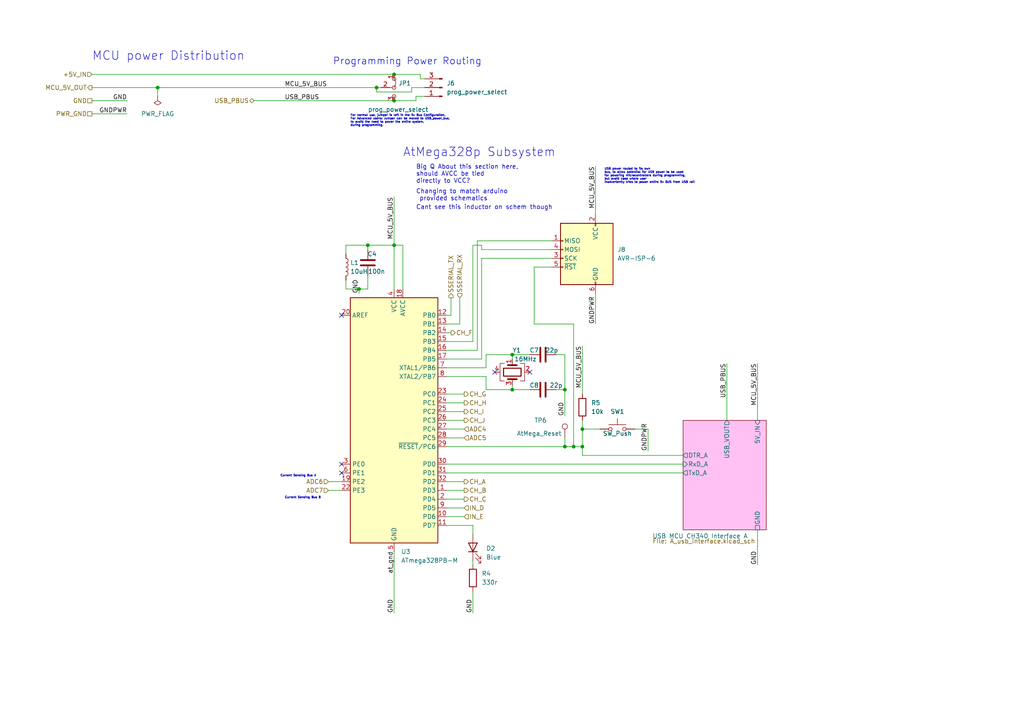
<source format=kicad_sch>
(kicad_sch (version 20211123) (generator eeschema)
  (paper "A4")
  (lib_symbols
    (symbol "000_Capacitor_Film_Immo:cap_film_0805" (pin_numbers hide) (pin_names (offset 0.254))
      (property "Reference" "C" (at 0.635 2.54 0))
      (property "Value" "cap_film_0805" (at 0.635 -2.54 0))
      (symbol "cap_film_0805_0_1"
        (polyline (pts (xy -2.032 -0.762) (xy 2.032 -0.762)) (stroke (width 0.508)))
        (polyline (pts (xy -2.032 0.762) (xy 2.032 0.762)) (stroke (width 0.508)))
      )
      (symbol "cap_film_0805_1_1"
        (pin passive line (at 0 3.81 270) (length 2.794) (name "~") (number "1"))
        (pin passive line (at 0 -3.81 90) (length 2.794) (name "~") (number "2"))
      )
    )
    (symbol "000_Connectors_Immo:Jumper_3_Bridged12" (pin_names (offset 0) hide)
      (property "Reference" "JP" (at -2.54 -2.54 0))
      (property "Value" "Jumper_3_Bridged12" (at 0 2.794 0))
      (symbol "Jumper_3_Bridged12_0_0"
        (circle (center -2.54 0) (radius 0.508))
        (circle (center 0 0) (radius 0.508))
        (circle (center 2.54 0) (radius 0.508))
      )
      (symbol "Jumper_3_Bridged12_0_1"
        (arc (start 0 -0.0807) (mid -1.27 0.4699) (end -2.54 -0.0807))
        (polyline (pts (xy 0 -1.27) (xy 0 -0.508)))
      )
      (symbol "Jumper_3_Bridged12_1_1"
        (pin passive line (at -3.81 0 0) (length 1.27) (name "A") (number "1"))
        (pin input line (at 0 -3.81 90) (length 2.54) (name "C") (number "2"))
        (pin passive line (at 3.81 0 180) (length 1.27) (name "B") (number "3"))
      )
    )
    (symbol "000_Diodes_Immo:LED_0805_smd" (pin_numbers hide) (pin_names (offset 1.016) hide)
      (property "Reference" "D" (at 0 2.54 0))
      (property "Value" "LED_0805_smd" (at 0 -3.81 0))
      (symbol "LED_0805_smd_0_1"
        (polyline (pts (xy -1.27 -1.27) (xy -1.27 1.27)) (stroke (width 0.254)))
        (polyline (pts (xy -1.27 0) (xy 1.27 0)))
        (polyline (pts (xy 1.27 -1.27) (xy 1.27 1.27) (xy -1.27 0) (xy 1.27 -1.27)) (stroke (width 0.254)))
        (polyline (pts (xy -3.048 -0.762) (xy -4.572 -2.286) (xy -3.81 -2.286) (xy -4.572 -2.286) (xy -4.572 -1.524)))
        (polyline (pts (xy -1.778 -0.762) (xy -3.302 -2.286) (xy -2.54 -2.286) (xy -3.302 -2.286) (xy -3.302 -1.524)))
      )
      (symbol "LED_0805_smd_1_1"
        (pin passive line (at -3.81 0 0) (length 2.54) (name "K") (number "1"))
        (pin passive line (at 3.81 0 180) (length 2.54) (name "A") (number "2"))
      )
    )
    (symbol "000_Resistors_Immo:Resistor_0805" (pin_numbers hide) (pin_names (offset 0))
      (property "Reference" "R?" (at 2.54 1.2701 0))
      (property "Value" "Resistor_0805" (at 2.54 -1.2699 0))
      (symbol "Resistor_0805_0_1"
        (rectangle (start -1.016 -2.54) (end 1.016 2.54) (stroke (width 0.254)))
      )
      (symbol "Resistor_0805_1_1"
        (pin passive line (at 0 3.81 270) (length 1.27) (name "~") (number "1"))
        (pin passive line (at 0 -3.81 90) (length 1.27) (name "~") (number "2"))
      )
    )
    (symbol "Connector:AVR-ISP-6" (pin_names (offset 1.016))
      (property "Reference" "J" (at -6.35 11.43 0))
      (property "Value" "AVR-ISP-6" (at 0 11.43 0))
      (symbol "AVR-ISP-6_0_1"
        (rectangle (start -2.667 -6.858) (end -2.413 -7.62))
        (rectangle (start -2.667 10.16) (end -2.413 9.398))
        (rectangle (start 7.62 -2.413) (end 6.858 -2.667))
        (rectangle (start 7.62 0.127) (end 6.858 -0.127))
        (rectangle (start 7.62 2.667) (end 6.858 2.413))
        (rectangle (start 7.62 5.207) (end 6.858 4.953))
        (rectangle (start 7.62 10.16) (end -7.62 -7.62) (stroke (width 0.254)) (fill (type background)))
      )
      (symbol "AVR-ISP-6_1_1"
        (pin passive line (at 10.16 5.08 180) (length 2.54) (name "MISO") (number "1"))
        (pin passive line (at -2.54 12.7 270) (length 2.54) (name "VCC") (number "2"))
        (pin passive line (at 10.16 0 180) (length 2.54) (name "SCK") (number "3"))
        (pin passive line (at 10.16 2.54 180) (length 2.54) (name "MOSI") (number "4"))
        (pin passive line (at 10.16 -2.54 180) (length 2.54) (name "~{RST}") (number "5"))
        (pin passive line (at -2.54 -10.16 90) (length 2.54) (name "GND") (number "6"))
      )
    )
    (symbol "Connector:Conn_01x03_Male" (pin_names (offset 1.016) hide)
      (property "Reference" "J" (at 0 5.08 0))
      (property "Value" "Conn_01x03_Male" (at 0 -5.08 0))
      (symbol "Conn_01x03_Male_1_1"
        (polyline (pts (xy 1.27 -2.54) (xy 0.8636 -2.54)) (stroke (width 0.1524)))
        (polyline (pts (xy 1.27 0) (xy 0.8636 0)) (stroke (width 0.1524)))
        (polyline (pts (xy 1.27 2.54) (xy 0.8636 2.54)) (stroke (width 0.1524)))
        (rectangle (start 0.8636 -2.413) (end 0 -2.667) (stroke (width 0.1524)) (fill (type outline)))
        (rectangle (start 0.8636 0.127) (end 0 -0.127) (stroke (width 0.1524)) (fill (type outline)))
        (rectangle (start 0.8636 2.667) (end 0 2.413) (stroke (width 0.1524)) (fill (type outline)))
        (pin passive line (at 5.08 2.54 180) (length 3.81) (name "Pin_1") (number "1"))
        (pin passive line (at 5.08 0 180) (length 3.81) (name "Pin_2") (number "2"))
        (pin passive line (at 5.08 -2.54 180) (length 3.81) (name "Pin_3") (number "3"))
      )
    )
    (symbol "Connector:TestPoint" (pin_numbers hide) (pin_names (offset 0.762) hide)
      (property "Reference" "TP" (at 0 6.858 0))
      (property "Value" "TestPoint" (at 0 5.08 0))
      (symbol "TestPoint_0_1"
        (circle (center 0 3.302) (radius 0.762))
      )
      (symbol "TestPoint_1_1"
        (pin passive line (at 0 0 90) (length 2.54) (name "1") (number "1"))
      )
    )
    (symbol "Device:Crystal_GND24" (pin_names (offset 1.016) hide)
      (property "Reference" "Y" (at 3.175 5.08 0))
      (property "Value" "Crystal_GND24" (at 3.175 3.175 0))
      (symbol "Crystal_GND24_0_1"
        (rectangle (start -1.143 2.54) (end 1.143 -2.54) (stroke (width 0.3048)))
        (polyline (pts (xy -2.54 0) (xy -2.032 0)))
        (polyline (pts (xy -2.032 -1.27) (xy -2.032 1.27)) (stroke (width 0.508)))
        (polyline (pts (xy 0 -3.81) (xy 0 -3.556)))
        (polyline (pts (xy 0 3.556) (xy 0 3.81)))
        (polyline (pts (xy 2.032 -1.27) (xy 2.032 1.27)) (stroke (width 0.508)))
        (polyline (pts (xy 2.032 0) (xy 2.54 0)))
        (polyline (pts (xy -2.54 -2.286) (xy -2.54 -3.556) (xy 2.54 -3.556) (xy 2.54 -2.286)))
        (polyline (pts (xy -2.54 2.286) (xy -2.54 3.556) (xy 2.54 3.556) (xy 2.54 2.286)))
      )
      (symbol "Crystal_GND24_1_1"
        (pin passive line (at -3.81 0 0) (length 1.27) (name "1") (number "1"))
        (pin passive line (at 0 5.08 270) (length 1.27) (name "2") (number "2"))
        (pin passive line (at 3.81 0 180) (length 1.27) (name "3") (number "3"))
        (pin passive line (at 0 -5.08 90) (length 1.27) (name "4") (number "4"))
      )
    )
    (symbol "Device:L" (pin_numbers hide) (pin_names (offset 1.016) hide)
      (property "Reference" "L" (at -1.27 0 90))
      (property "Value" "L" (at 1.905 0 90))
      (symbol "L_0_1"
        (arc (start 0 -2.54) (mid 0.635 -1.905) (end 0 -1.27))
        (arc (start 0 -1.27) (mid 0.635 -0.635) (end 0 0))
        (arc (start 0 0) (mid 0.635 0.635) (end 0 1.27))
        (arc (start 0 1.27) (mid 0.635 1.905) (end 0 2.54))
      )
      (symbol "L_1_1"
        (pin passive line (at 0 3.81 270) (length 1.27) (name "1") (number "1"))
        (pin passive line (at 0 -3.81 90) (length 1.27) (name "2") (number "2"))
      )
    )
    (symbol "MCU_Microchip_ATmega:ATmega328PB-M"
      (property "Reference" "U" (at -12.7 36.83 0))
      (property "Value" "ATmega328PB-M" (at 2.54 -36.83 0))
      (symbol "ATmega328PB-M_0_1"
        (rectangle (start -12.7 -35.56) (end 12.7 35.56) (stroke (width 0.254)) (fill (type background)))
      )
      (symbol "ATmega328PB-M_1_1"
        (pin bidirectional line (at 15.24 -20.32 180) (length 2.54) (name "PD3") (number "1"))
        (pin bidirectional line (at 15.24 -27.94 180) (length 2.54) (name "PD6") (number "10"))
        (pin bidirectional line (at 15.24 -30.48 180) (length 2.54) (name "PD7") (number "11"))
        (pin bidirectional line (at 15.24 30.48 180) (length 2.54) (name "PB0") (number "12"))
        (pin bidirectional line (at 15.24 27.94 180) (length 2.54) (name "PB1") (number "13"))
        (pin bidirectional line (at 15.24 25.4 180) (length 2.54) (name "PB2") (number "14"))
        (pin bidirectional line (at 15.24 22.86 180) (length 2.54) (name "PB3") (number "15"))
        (pin bidirectional line (at 15.24 20.32 180) (length 2.54) (name "PB4") (number "16"))
        (pin bidirectional line (at 15.24 17.78 180) (length 2.54) (name "PB5") (number "17"))
        (pin power_in line (at 2.54 38.1 270) (length 2.54) (name "AVCC") (number "18"))
        (pin bidirectional line (at -15.24 -17.78 0) (length 2.54) (name "PE2") (number "19"))
        (pin bidirectional line (at 15.24 -22.86 180) (length 2.54) (name "PD4") (number "2"))
        (pin passive line (at -15.24 30.48 0) (length 2.54) (name "AREF") (number "20"))
        (pin passive line (at 0 -38.1 90) (length 2.54) hide (name "GND") (number "21"))
        (pin bidirectional line (at -15.24 -20.32 0) (length 2.54) (name "PE3") (number "22"))
        (pin bidirectional line (at 15.24 7.62 180) (length 2.54) (name "PC0") (number "23"))
        (pin bidirectional line (at 15.24 5.08 180) (length 2.54) (name "PC1") (number "24"))
        (pin bidirectional line (at 15.24 2.54 180) (length 2.54) (name "PC2") (number "25"))
        (pin bidirectional line (at 15.24 0 180) (length 2.54) (name "PC3") (number "26"))
        (pin bidirectional line (at 15.24 -2.54 180) (length 2.54) (name "PC4") (number "27"))
        (pin bidirectional line (at 15.24 -5.08 180) (length 2.54) (name "PC5") (number "28"))
        (pin bidirectional line (at 15.24 -7.62 180) (length 2.54) (name "~{RESET}/PC6") (number "29"))
        (pin bidirectional line (at -15.24 -12.7 0) (length 2.54) (name "PE0") (number "3"))
        (pin bidirectional line (at 15.24 -12.7 180) (length 2.54) (name "PD0") (number "30"))
        (pin bidirectional line (at 15.24 -15.24 180) (length 2.54) (name "PD1") (number "31"))
        (pin bidirectional line (at 15.24 -17.78 180) (length 2.54) (name "PD2") (number "32"))
        (pin passive line (at 0 -38.1 90) (length 2.54) hide (name "GND") (number "33"))
        (pin power_in line (at 0 38.1 270) (length 2.54) (name "VCC") (number "4"))
        (pin power_in line (at 0 -38.1 90) (length 2.54) (name "GND") (number "5"))
        (pin bidirectional line (at -15.24 -15.24 0) (length 2.54) (name "PE1") (number "6"))
        (pin bidirectional line (at 15.24 15.24 180) (length 2.54) (name "XTAL1/PB6") (number "7"))
        (pin bidirectional line (at 15.24 12.7 180) (length 2.54) (name "XTAL2/PB7") (number "8"))
        (pin bidirectional line (at 15.24 -25.4 180) (length 2.54) (name "PD5") (number "9"))
      )
    )
    (symbol "Switch:SW_Push" (pin_numbers hide) (pin_names (offset 1.016) hide)
      (property "Reference" "SW" (at 1.27 2.54 0))
      (property "Value" "SW_Push" (at 0 -1.524 0))
      (symbol "SW_Push_0_1"
        (circle (center -2.032 0) (radius 0.508))
        (polyline (pts (xy 0 1.27) (xy 0 3.048)))
        (polyline (pts (xy 2.54 1.27) (xy -2.54 1.27)))
        (circle (center 2.032 0) (radius 0.508))
        (pin passive line (at -5.08 0 0) (length 2.54) (name "1") (number "1"))
        (pin passive line (at 5.08 0 180) (length 2.54) (name "2") (number "2"))
      )
    )
    (symbol "power:PWR_FLAG" (power) (pin_numbers hide) (pin_names (offset 0) hide)
      (property "Value" "PWR_FLAG" (at 0 3.81 0))
      (symbol "PWR_FLAG_0_0"
        (pin power_out line (at 0 0 90) (length 0) (name "pwr") (number "1"))
      )
      (symbol "PWR_FLAG_0_1"
        (polyline (pts (xy 0 0) (xy 0 1.27) (xy -1.016 1.905) (xy 0 2.54) (xy 1.016 1.905) (xy 0 1.27)))
      )
    )
  )
  (junction (at 163.83 129.54))
  (junction (at 166.37 129.54))
  (junction (at 45.72 25.4))
  (junction (at 148.59 113.03))
  (junction (at 163.83 113.03))
  (junction (at 106.68 71.12))
  (junction (at 168.91 129.54))
  (junction (at 104.14 83.82))
  (junction (at 114.3 21.59))
  (junction (at 148.59 102.87))
  (junction (at 114.3 71.12))
  (junction (at 168.91 124.46))
  (junction (at 109.22 25.4))
  (junction (at 114.3 29.21))
  (no_connect (at 99.06 91.44))
  (no_connect (at 143.51 107.95))
  (no_connect (at 153.67 107.95))
  (no_connect (at 99.06 134.62))
  (no_connect (at 99.06 137.16))
  (wire (pts (xy 129.54 134.62) (xy 198.12 134.62)))
  (wire (pts (xy 163.83 113.03) (xy 161.29 113.03)))
  (wire (pts (xy 129.54 96.52) (xy 130.81 96.52)))
  (wire (pts (xy 140.97 106.68) (xy 140.97 102.87)))
  (wire (pts (xy 45.72 25.4) (xy 109.22 25.4)))
  (wire (pts (xy 172.72 48.26) (xy 172.72 62.23)))
  (wire (pts (xy 114.3 160.02) (xy 114.3 177.8)))
  (wire (pts (xy 137.16 71.12) (xy 139.7 71.12)))
  (wire (pts (xy 139.7 74.93) (xy 160.02 74.93)))
  (wire (pts (xy 168.91 129.54) (xy 166.37 129.54)))
  (wire (pts (xy 104.14 83.82) (xy 104.14 85.09)))
  (wire (pts (xy 106.68 72.39) (xy 106.68 71.12)))
  (wire (pts (xy 140.97 102.87) (xy 148.59 102.87)))
  (wire (pts (xy 184.15 124.46) (xy 187.96 124.46)))
  (wire (pts (xy 129.54 129.54) (xy 163.83 129.54)))
  (wire (pts (xy 73.66 29.21) (xy 114.3 29.21)))
  (wire (pts (xy 114.3 71.12) (xy 114.3 83.82)))
  (wire (pts (xy 163.83 102.87) (xy 163.83 113.03)))
  (wire (pts (xy 172.72 85.09) (xy 172.72 93.98)))
  (wire (pts (xy 129.54 124.46) (xy 134.62 124.46)))
  (wire (pts (xy 137.16 162.56) (xy 137.16 163.83)))
  (wire (pts (xy 161.29 102.87) (xy 163.83 102.87)))
  (wire (pts (xy 129.54 127) (xy 134.62 127)))
  (wire (pts (xy 139.7 104.14) (xy 139.7 74.93)))
  (wire (pts (xy 166.37 93.98) (xy 166.37 129.54)))
  (wire (pts (xy 26.67 21.59) (xy 114.3 21.59)))
  (wire (pts (xy 198.12 132.08) (xy 168.91 132.08)))
  (wire (pts (xy 148.59 111.76) (xy 148.59 113.03)))
  (wire (pts (xy 129.54 119.38) (xy 134.62 119.38)))
  (wire (pts (xy 129.54 147.32) (xy 134.62 147.32)))
  (wire (pts (xy 148.59 113.03) (xy 140.97 113.03)))
  (wire (pts (xy 163.83 113.03) (xy 163.83 120.65)))
  (wire (pts (xy 139.7 71.12) (xy 139.7 72.39)))
  (wire (pts (xy 168.91 124.46) (xy 168.91 129.54)))
  (wire (pts (xy 114.3 21.59) (xy 121.92 21.59)))
  (wire (pts (xy 109.22 25.4) (xy 110.49 25.4)))
  (wire (pts (xy 129.54 101.6) (xy 138.43 101.6)))
  (wire (pts (xy 129.54 114.3) (xy 134.62 114.3)))
  (wire (pts (xy 168.91 124.46) (xy 173.99 124.46)))
  (wire (pts (xy 120.65 29.21) (xy 120.65 27.94)))
  (wire (pts (xy 129.54 116.84) (xy 134.62 116.84)))
  (wire (pts (xy 114.3 71.12) (xy 116.84 71.12)))
  (wire (pts (xy 119.38 26.67) (xy 119.38 25.4)))
  (wire (pts (xy 100.33 81.28) (xy 100.33 83.82)))
  (wire (pts (xy 116.84 83.82) (xy 116.84 71.12)))
  (wire (pts (xy 148.59 102.87) (xy 148.59 104.14)))
  (wire (pts (xy 138.43 69.85) (xy 160.02 69.85)))
  (wire (pts (xy 137.16 71.12) (xy 137.16 99.06)))
  (wire (pts (xy 129.54 139.7) (xy 134.62 139.7)))
  (wire (pts (xy 120.65 27.94) (xy 123.19 27.94)))
  (wire (pts (xy 95.25 139.7) (xy 99.06 139.7)))
  (wire (pts (xy 129.54 104.14) (xy 139.7 104.14)))
  (wire (pts (xy 168.91 129.54) (xy 168.91 132.08)))
  (wire (pts (xy 137.16 154.94) (xy 137.16 152.4)))
  (wire (pts (xy 154.94 77.47) (xy 154.94 93.98)))
  (wire (pts (xy 100.33 71.12) (xy 100.33 73.66)))
  (wire (pts (xy 106.68 83.82) (xy 106.68 80.01)))
  (wire (pts (xy 129.54 142.24) (xy 134.62 142.24)))
  (wire (pts (xy 137.16 152.4) (xy 129.54 152.4)))
  (wire (pts (xy 114.3 29.21) (xy 120.65 29.21)))
  (wire (pts (xy 129.54 144.78) (xy 134.62 144.78)))
  (wire (pts (xy 137.16 99.06) (xy 129.54 99.06)))
  (wire (pts (xy 154.94 93.98) (xy 166.37 93.98)))
  (wire (pts (xy 119.38 25.4) (xy 123.19 25.4)))
  (wire (pts (xy 163.83 127) (xy 163.83 129.54)))
  (wire (pts (xy 109.22 26.67) (xy 119.38 26.67)))
  (wire (pts (xy 163.83 129.54) (xy 166.37 129.54)))
  (wire (pts (xy 129.54 91.44) (xy 130.81 91.44)))
  (wire (pts (xy 129.54 106.68) (xy 140.97 106.68)))
  (wire (pts (xy 26.67 33.02) (xy 36.83 33.02)))
  (wire (pts (xy 148.59 113.03) (xy 153.67 113.03)))
  (wire (pts (xy 219.71 153.67) (xy 219.71 163.83)))
  (wire (pts (xy 133.35 93.98) (xy 129.54 93.98)))
  (wire (pts (xy 100.33 71.12) (xy 106.68 71.12)))
  (wire (pts (xy 140.97 113.03) (xy 140.97 109.22)))
  (wire (pts (xy 45.72 27.94) (xy 45.72 25.4)))
  (wire (pts (xy 154.94 77.47) (xy 160.02 77.47)))
  (wire (pts (xy 138.43 69.85) (xy 138.43 101.6)))
  (wire (pts (xy 121.92 21.59) (xy 121.92 22.86)))
  (wire (pts (xy 26.67 29.21) (xy 36.83 29.21)))
  (wire (pts (xy 129.54 121.92) (xy 134.62 121.92)))
  (wire (pts (xy 168.91 100.33) (xy 168.91 114.3)))
  (wire (pts (xy 219.71 105.41) (xy 219.71 121.92)))
  (wire (pts (xy 137.16 171.45) (xy 137.16 177.8)))
  (wire (pts (xy 187.96 124.46) (xy 187.96 130.81)))
  (wire (pts (xy 148.59 102.87) (xy 153.67 102.87)))
  (wire (pts (xy 129.54 137.16) (xy 198.12 137.16)))
  (wire (pts (xy 168.91 124.46) (xy 168.91 121.92)))
  (wire (pts (xy 100.33 83.82) (xy 104.14 83.82)))
  (wire (pts (xy 210.82 105.41) (xy 210.82 121.92)))
  (wire (pts (xy 109.22 25.4) (xy 109.22 26.67)))
  (wire (pts (xy 133.35 86.36) (xy 133.35 93.98)))
  (wire (pts (xy 114.3 57.15) (xy 114.3 71.12)))
  (wire (pts (xy 104.14 83.82) (xy 106.68 83.82)))
  (wire (pts (xy 121.92 22.86) (xy 123.19 22.86)))
  (wire (pts (xy 129.54 149.86) (xy 134.62 149.86)))
  (wire (pts (xy 26.67 25.4) (xy 45.72 25.4)))
  (wire (pts (xy 140.97 109.22) (xy 129.54 109.22)))
  (wire (pts (xy 95.25 142.24) (xy 99.06 142.24)))
  (wire (pts (xy 130.81 91.44) (xy 130.81 86.36)))
  (wire (pts (xy 106.68 71.12) (xy 114.3 71.12)))
  (wire (pts (xy 139.7 72.39) (xy 160.02 72.39)))
  (text "AtMega328p Subsystem" (at 116.84 45.72 0) (effects (font (size 2.5 2.5)) (justify left bottom)))
  (text "MCU power Distribution" (at 26.67 17.78 0) (effects (font (size 2.5 2.5)) (justify left bottom)))
  (text "USB power routed to its own\nbus, to allow potential for USB power to be used\nfor powering microcontrollers during programming, \nbut avoid case where user\ninadvertently tries to power entire 5v BUS from USB rail" (at 175.26 53.34 0) (effects (font (size 0.6 0.6)) (justify left bottom)))
  (text "Big Q About this section here,\nshould AVCC be tied \ndirectly to VCC?" (at 120.65 53.34 0) (effects (font (size 1.27 1.27)) (justify left bottom)))
  (text "Cant see this inductor on schem though" (at 120.65 60.96 0) (effects (font (size 1.27 1.27)) (justify left bottom)))
  (text "Current Sensing Bus B" (at 82.55 144.78 0) (effects (font (size 0.6 0.6)) (justify left bottom)))
  (text "Changing to match arduino\n provided schematics" (at 120.65 58.42 0) (effects (font (size 1.27 1.27)) (justify left bottom)))
  (text "For normal use, jumper is left in the 5v Bus Configuration,\nFor Advanced users: Jumper can be moved to USB_power_bus, \nto avoid the need to power the entire system, \nduring programming.\n" (at 101.6 36.83 0) (effects (font (size 0.6 0.6)) (justify left bottom)))
  (text "Current Sensing Bus A" (at 81.28 138.43 0) (effects (font (size 0.6 0.6)) (justify left bottom)))
  (text "Programming Power Routing" (at 96.52 19.05 0) (effects (font (size 2 2)) (justify left bottom)))
  (label "MCU_5V_BUS" (at 82.55 25.4 0))
  (label "GND" (at 114.3 177.8 90))
  (label "USB_PBUS" (at 210.82 105.41 270))
  (label "GNDPWR" (at 36.83 33.02 180))
  (label "GND" (at 36.83 29.21 180))
  (label "GND" (at 137.16 177.8 90))
  (label "USB_PBUS" (at 82.55 29.21 0))
  (label "GNDPWR" (at 172.72 93.98 90))
  (label "GND" (at 163.83 120.65 90))
  (label "MCU_5V_BUS" (at 172.72 48.26 270))
  (label "MCU_5V_BUS" (at 168.91 100.33 270))
  (label "GNDPWR" (at 187.96 130.81 90))
  (label "GND" (at 104.14 85.09 90))
  (label "at_gnd" (at 114.3 166.37 90))
  (label "GND" (at 219.71 163.83 90))
  (label "MCU_5V_BUS" (at 219.71 105.41 270))
  (label "MCU_5V_BUS" (at 114.3 57.15 270))
  (hierarchical_label "CH_B" (shape output) (at 134.62 142.24 0))
  (hierarchical_label "ADC5" (shape input) (at 134.62 127 0))
  (hierarchical_label "ADC4" (shape input) (at 134.62 124.46 0))
  (hierarchical_label "CH_I" (shape output) (at 134.62 119.38 0))
  (hierarchical_label "MCU_5V_OUT" (shape output) (at 26.67 25.4 180))
  (hierarchical_label "CH_H" (shape output) (at 134.62 116.84 0))
  (hierarchical_label "IN_D" (shape input) (at 134.62 147.32 0))
  (hierarchical_label "GND" (shape passive) (at 26.67 29.21 180))
  (hierarchical_label "PWR_GND" (shape passive) (at 26.67 33.02 180))
  (hierarchical_label "+5V_IN" (shape input) (at 26.67 21.59 180))
  (hierarchical_label "ADC7" (shape input) (at 95.25 142.24 180))
  (hierarchical_label "CH_F" (shape output) (at 130.81 96.52 0))
  (hierarchical_label "SSERIAL_RX" (shape input) (at 133.35 86.36 90))
  (hierarchical_label "ADC6" (shape input) (at 95.25 139.7 180))
  (hierarchical_label "USB_PBUS" (shape bidirectional) (at 73.66 29.21 180))
  (hierarchical_label "CH_G" (shape output) (at 134.62 114.3 0))
  (hierarchical_label "CH_C" (shape output) (at 134.62 144.78 0))
  (hierarchical_label "CH_A" (shape output) (at 134.62 139.7 0))
  (hierarchical_label "CH_J" (shape output) (at 134.62 121.92 0))
  (hierarchical_label "IN_E" (shape input) (at 134.62 149.86 0))
  (hierarchical_label "SSERIAL_TX" (shape output) (at 130.81 86.36 90))
  (symbol (lib_id "Connector:Conn_01x03_Male") (at 128.27 25.4 180) (unit 1)
    (property "Reference" "J6" (at 129.54 24.1299 0) (effects (justify right)))
    (property "Value" "prog_power_select" (at 129.54 26.6699 0) (effects (justify right)))
    (property "Footprint" "Connector_PinHeader_1.27mm:PinHeader_1x03_P1.27mm_Vertical" (effects hide))
  )
  (symbol (lib_id "Switch:SW_Push") (at 179.07 124.46 0) (unit 1)
    (property "Reference" "SW1" (at 179.07 119.38 0))
    (property "Value" "SW_Push" (at 179.07 125.73 0))
    (property "Footprint" "Button_Switch_SMD:SW_SPST_EVQPE1" (effects hide))
  )
  (symbol (lib_id "000_Capacitor_Film_Immo:cap_film_0805") (at 106.68 76.2 0) (unit 1)
    (property "Reference" "C4" (at 107.95 73.66 0))
    (property "Value" "100n" (at 109.22 78.74 0))
    (property "Footprint" "Capacitor_SMD:C_0805_2012Metric_Pad1.18x1.45mm_HandSolder" (effects hide))
  )
  (symbol (lib_id "000_Resistors_Immo:Resistor_0805") (at 168.91 118.11 0) (unit 1)
    (property "Reference" "R5" (at 171.45 116.8399 0) (effects (justify left)))
    (property "Value" "10k" (at 171.45 119.3799 0) (effects (justify left)))
    (property "Footprint" "Resistor_SMD:R_0805_2012Metric_Pad1.20x1.40mm_HandSolder" (effects hide))
  )
  (symbol (lib_id "Device:Crystal_GND24") (at 148.59 107.95 270) (unit 1)
    (property "Reference" "Y1" (at 149.86 101.6 90))
    (property "Value" "16MHz" (at 152.4 104.14 90))
    (property "Footprint" "Crystal:Crystal_SMD_Abracon_ABM3C-4Pin_5.0x3.2mm" (effects hide))
  )
  (symbol (lib_id "000_Resistors_Immo:Resistor_0805") (at 137.16 167.64 0) (unit 1)
    (property "Reference" "R4" (at 139.7 166.3699 0) (effects (justify left)))
    (property "Value" "330r" (at 139.7 168.9099 0) (effects (justify left)))
    (property "Footprint" "Resistor_SMD:R_0805_2012Metric_Pad1.20x1.40mm_HandSolder" (effects hide))
  )
  (symbol (lib_id "MCU_Microchip_ATmega:ATmega328PB-M") (at 114.3 121.92 0) (unit 1)
    (property "Reference" "U3" (at 116.3194 160.02 0) (effects (justify left)))
    (property "Value" "ATmega328PB-M" (at 116.3194 162.56 0) (effects (justify left)))
    (property "Footprint" "Package_DFN_QFN:QFN-32-1EP_5x5mm_P0.5mm_EP3.1x3.1mm" (effects hide))
    (property "Datasheet" "http://ww1.microchip.com/downloads/en/DeviceDoc/40001906C.pdf" (effects hide))
  )
  (symbol (lib_id "power:PWR_FLAG") (at 45.72 27.94 180) (unit 1)
    (property "Reference" "#FLG02" (effects hide))
    (property "Value" "PWR_FLAG" (at 45.72 33.02 0))
  )
  (symbol (lib_id "000_Capacitor_Film_Immo:cap_film_0805") (at 157.48 102.87 90) (unit 1)
    (property "Reference" "C7" (at 154.94 101.6 90))
    (property "Value" "22p" (at 160.02 101.6 90))
    (property "Footprint" "Capacitor_SMD:C_0805_2012Metric_Pad1.18x1.45mm_HandSolder" (effects hide))
  )
  (symbol (lib_id "000_Connectors_Immo:Jumper_3_Bridged12") (at 114.3 25.4 270) (unit 1)
    (property "Reference" "JP1" (at 115.57 24.1299 90) (effects (justify left)))
    (property "Value" "prog_power_select" (at 106.68 31.75 90) (effects (justify left)))
    (property "Footprint" "Jumper:SolderJumper-3_P1.3mm_Bridged12_RoundedPad1.0x1.5mm_NumberLabels" (effects hide))
  )
  (symbol (lib_id "Connector:TestPoint") (at 163.83 127 0) (unit 1)
    (property "Reference" "TP6" (at 154.94 121.92 0) (effects (justify left)))
    (property "Value" "AtMega_Reset" (at 149.86 125.73 0) (effects (justify left)))
    (property "Footprint" "TestPoint:TestPoint_Pad_D1.5mm" (effects hide))
  )
  (symbol (lib_id "Device:L") (at 100.33 77.47 0) (unit 1)
    (property "Reference" "L1" (at 101.6 76.1999 0) (effects (justify left)))
    (property "Value" "10uH" (at 101.6 78.7399 0) (effects (justify left)))
    (property "Footprint" "Inductor_SMD:L_0805_2012Metric_Pad1.05x1.20mm_HandSolder" (effects hide))
  )
  (symbol (lib_id "Connector:AVR-ISP-6") (at 170.18 74.93 0) (mirror y) (unit 1)
    (property "Reference" "J8" (at 179.07 72.3899 0) (effects (justify right)))
    (property "Value" "AVR-ISP-6" (at 179.07 74.9299 0) (effects (justify right)))
    (property "Footprint" "Connector_PinHeader_1.27mm:PinHeader_2x03_P1.27mm_Vertical" (effects hide))
    (property "Datasheet" " ~" (effects hide))
  )
  (symbol (lib_id "000_Capacitor_Film_Immo:cap_film_0805") (at 157.48 113.03 90) (unit 1)
    (property "Reference" "C8" (at 154.94 111.76 90))
    (property "Value" "22p" (at 161.29 111.76 90))
    (property "Footprint" "Capacitor_SMD:C_0805_2012Metric_Pad1.18x1.45mm_HandSolder" (effects hide))
  )
  (symbol (lib_id "000_Diodes_Immo:LED_0805_smd") (at 137.16 158.75 90) (unit 1)
    (property "Reference" "D2" (at 140.97 159.0674 90) (effects (justify right)))
    (property "Value" "Blue" (at 140.97 161.6074 90) (effects (justify right)))
    (property "Footprint" "LED_SMD:LED_0805_2012Metric_Pad1.15x1.40mm_HandSolder" (effects hide))
  )
  (sheet (at 198.12 121.92) (size 24.13 31.75) (stroke (width 0.1524)) (fill (color 255 69 219 0.3300))
    (property "Sheet name" "USB MCU CH340 Interface A" (at 189.23 156.21 0) (effects (justify left bottom)))
    (property "Sheet file" "A_usb_interface.kicad_sch" (at 189.23 156.21 0) (effects (justify left top)))
    (pin "USB_VOUT" output (at 210.82 121.92 90))
    (pin "DTR_A" output (at 198.12 132.08 180))
    (pin "TxD_A" output (at 198.12 137.16 180))
    (pin "RxD_A" input (at 198.12 134.62 180))
    (pin "5V_IN" input (at 219.71 121.92 90))
    (pin "GND" passive (at 219.71 153.67 270))
  )
)
</source>
